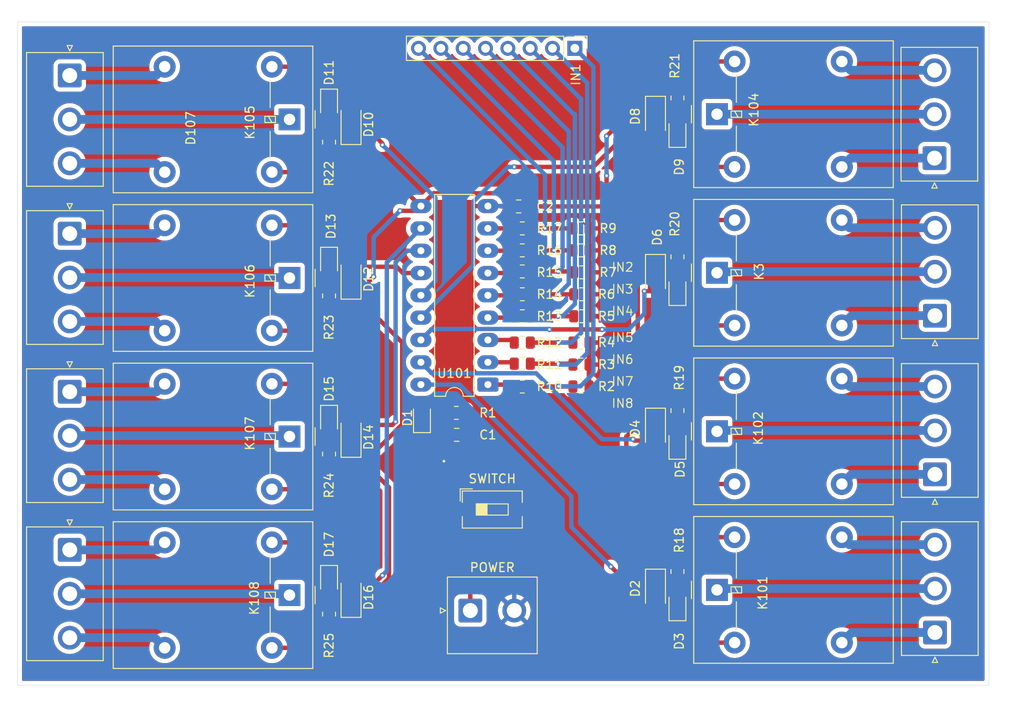
<source format=kicad_pcb>
(kicad_pcb (version 20241229) (generator "pcbnew") (generator_version "9.0")
  (layers (0 "F.Cu" signal) (2 "B.Cu" signal) (13 "F.Paste" user) (15 "B.Paste" user) (5 "F.SilkS" user "F.Silkscreen") (7 "B.SilkS" user "B.Silkscreen") (1 "F.Mask" user) (3 "B.Mask" user) (25 "Edge.Cuts" user))
  (net 0 "")
  (net 1 "VCC")
  (net 2 "GND")
  (net 3 "Net-(D101-A)")
  (net 4 "/O1")
  (net 5 "Net-(D103-A)")
  (net 6 "/O2")
  (net 7 "Net-(D105-A)")
  (net 8 "/O3")
  (net 9 "Net-(D107-A)")
  (net 10 "/O4")
  (net 11 "Net-(D109-A)")
  (net 12 "/O5")
  (net 13 "Net-(D111-A)")
  (net 14 "/O6")
  (net 15 "Net-(D113-A)")
  (net 16 "/O7")
  (net 17 "Net-(D115-A)")
  (net 18 "/O8")
  (net 19 "Net-(D117-A)")
  (net 20 "Net-(J101-Pin_1)")
  (net 21 "Net-(J102-Pin_2)")
  (net 22 "Net-(J102-Pin_5)")
  (net 23 "Net-(J102-Pin_1)")
  (net 24 "Net-(J102-Pin_7)")
  (net 25 "Net-(J102-Pin_4)")
  (net 26 "Net-(J102-Pin_3)")
  (net 27 "Net-(J102-Pin_8)")
  (net 28 "Net-(J102-Pin_6)")
  (net 29 "Net-(J103-Pin_3)")
  (net 30 "Net-(J103-Pin_1)")
  (net 31 "Net-(J103-Pin_2)")
  (net 32 "Net-(J104-Pin_3)")
  (net 33 "Net-(J104-Pin_2)")
  (net 34 "Net-(J104-Pin_1)")
  (net 35 "Net-(J105-Pin_3)")
  (net 36 "Net-(J105-Pin_1)")
  (net 37 "Net-(J105-Pin_2)")
  (net 38 "Net-(J106-Pin_1)")
  (net 39 "Net-(J106-Pin_2)")
  (net 40 "Net-(J106-Pin_3)")
  (net 41 "Net-(J107-Pin_3)")
  (net 42 "Net-(J107-Pin_2)")
  (net 43 "Net-(J107-Pin_1)")
  (net 44 "Net-(J108-Pin_3)")
  (net 45 "Net-(J108-Pin_1)")
  (net 46 "Net-(J108-Pin_2)")
  (net 47 "Net-(J109-Pin_3)")
  (net 48 "Net-(J109-Pin_2)")
  (net 49 "Net-(J109-Pin_1)")
  (net 50 "Net-(J110-Pin_2)")
  (net 51 "Net-(J110-Pin_1)")
  (net 52 "Net-(J110-Pin_3)")
  (net 53 "Net-(U101-I1)")
  (net 54 "Net-(U101-I2)")
  (net 55 "Net-(U101-I3)")
  (net 56 "Net-(U101-I4)")
  (net 57 "Net-(U101-I5)")
  (net 58 "Net-(U101-I6)")
  (net 59 "Net-(U101-I7)")
  (net 60 "Net-(U101-I8)")
  (footprint "LED_SMD:LED_0805_2012Metric" (layer "F.Cu") (at 141 102.5625 90)
    (property "Reference" "D1")
    (property "Value" "LED")
  )
  (footprint "Button_Switch_SMD:SW_DIP_SPSTx01_Slide_6.7x4.1mm_W6.73mm_P2.54mm_LowProfile_JPin" (layer "F.Cu") (at 149 113)
    (property "Reference" "SWITCH")
    (property "Value" "SW_SPST")
  )
  (footprint "Relay_THT:Relay_SPDT_Omron-G5LE-1" (layer "F.Cu") (at 125.931891 122.743109 -90)
    (property "Reference" "K108")
    (property "Value" "G5LE-1")
  )
  (footprint "Diode_SMD:D_1206_3216Metric" (layer "F.Cu") (at 132.931891 69.168109 90)
    (property "Reference" "D10")
    (property "Value" "D_Small")
  )
  (footprint "Resistor_SMD:R_0805_2012Metric" (layer "F.Cu") (at 152.4125 81 180)
    (property "Reference" "R17")
    (property "Value" "10K")
  )
  (footprint "Relay_THT:Relay_SPDT_Omron-G5LE-1" (layer "F.Cu") (at 174.5625 86.05 90)
    (property "Reference" "K3")
    (property "Value" "G5LE-1")
  )
  (footprint "Connector_JST:JST_NV_B03P-NV_1x03_P5.00mm_Vertical" (layer "F.Cu") (at 199.305609 73 90)
    (property "Reference" "J106" (hide yes))
    (property "Value" "NC CO NO")
  )
  (footprint "LED_SMD:LED_0805_2012Metric" (layer "F.Cu") (at 170.0625 123.975 90)
    (property "Reference" "D3")
    (property "Value" "LED")
  )
  (footprint "Resistor_SMD:R_0805_2012Metric" (layer "F.Cu") (at 159.0875 94)
    (property "Reference" "R4")
    (property "Value" "10K")
  )
  (footprint "Capacitor_SMD:C_0805_2012Metric" (layer "F.Cu") (at 144.95 104.5 180)
    (property "Reference" "C1")
    (property "Value" "100nF")
  )
  (footprint "LED_SMD:LED_0805_2012Metric" (layer "F.Cu") (at 130.431891 121.055609 -90)
    (property "Reference" "D17")
    (property "Value" "LED")
  )
  (footprint "LED_SMD:LED_0805_2012Metric" (layer "F.Cu") (at 170.0625 88.0875 90)
    (property "Reference" "D107")
    (property "Value" "LED")
  )
  (footprint "Connector_JST:JST_NV_B03P-NV_1x03_P5.00mm_Vertical" (layer "F.Cu") (at 100.931891 81.593109 -90)
    (property "Reference" "J108" (hide yes))
    (property "Value" "NC CO NO")
  )
  (footprint "Diode_SMD:D_1206_3216Metric" (layer "F.Cu") (at 132.931891 86.768109 90)
    (property "Reference" "D12")
    (property "Value" "D_Small")
  )
  (footprint "Resistor_SMD:R_0805_2012Metric" (layer "F.Cu") (at 159.175 91)
    (property "Reference" "R5")
    (property "Value" "10K")
  )
  (footprint "Connector_JST:JST_NV_B03P-NV_1x03_P5.00mm_Vertical" (layer "F.Cu") (at 199.355609 109 90)
    (property "Reference" "J104" (hide yes))
    (property "Value" "NC CO NO")
  )
  (footprint "Resistor_SMD:R_0805_2012Metric" (layer "F.Cu") (at 144.9125 102 180)
    (property "Reference" "R1")
    (property "Value" "680E")
  )
  (footprint "LED_SMD:LED_0805_2012Metric" (layer "F.Cu") (at 170.0625 105.5875 90)
    (property "Reference" "D5")
    (property "Value" "LED")
  )
  (footprint "LED_SMD:LED_0805_2012Metric" (layer "F.Cu") (at 130.431891 102.830609 -90)
    (property "Reference" "D15")
    (property "Value" "LED")
  )
  (footprint "Connector_JST:JST_NV_B03P-NV_1x03_P5.00mm_Vertical" (layer "F.Cu") (at 199.355609 127 90)
    (property "Reference" "J103" (hide yes))
    (property "Value" "NC CO NO")
  )
  (footprint "Relay_THT:Relay_SPDT_Omron-G5LE-1" (layer "F.Cu") (at 125.931891 104.693109 -90)
    (property "Reference" "K107")
    (property "Value" "G5LE-1")
  )
  (footprint "Resistor_SMD:R_0805_2012Metric" (layer "F.Cu") (at 170.0625 120.0625 -90)
    (property "Reference" "R18")
    (property "Value" "680E")
  )
  (footprint "Connector_JST:JST_NV_B03P-NV_1x03_P5.00mm_Vertical" (layer "F.Cu") (at 199.355609 90.931891 90)
    (property "Reference" "J105" (hide yes))
    (property "Value" "NC CO NO")
  )
  (footprint "Relay_THT:Relay_SPDT_Omron-G5LE-1" (layer "F.Cu") (at 174.5625 104.1 90)
    (property "Reference" "K102")
    (property "Value" "G5LE-1")
  )
  (footprint "Resistor_SMD:R_0805_2012Metric" (layer "F.Cu") (at 130.431891 106.680609 90)
    (property "Reference" "R24")
    (property "Value" "680E")
  )
  (footprint "LED_SMD:LED_0805_2012Metric" (layer "F.Cu") (at 170.0625 70.0875 90)
    (property "Reference" "D9")
    (property "Value" "LED")
  )
  (footprint "Relay_THT:Relay_SPDT_Omron-G5LE-1" (layer "F.Cu") (at 125.931891 86.643109 -90)
    (property "Reference" "K106")
    (property "Value" "G5LE-1")
  )
  (footprint "Connector_PinHeader_2.54mm:PinHeader_1x08_P2.54mm_Vertical" (layer "F.Cu") (at 158.39 60.5 -90)
    (property "Reference" "IN1")
    (property "Value" "INPUT")
  )
  (footprint "Resistor_SMD:R_0805_2012Metric" (layer "F.Cu") (at 159.0875 81)
    (property "Reference" "R9")
    (property "Value" "10K")
  )
  (footprint "Relay_THT:Relay_SPDT_Omron-G5LE-1" (layer "F.Cu") (at 125.931891 68.593109 -90)
    (property "Reference" "K105")
    (property "Value" "G5LE-1")
  )
  (footprint "Resistor_SMD:R_0805_2012Metric" (layer "F.Cu") (at 152.4125 83.5 180)
    (property "Reference" "R16")
    (property "Value" "10K")
  )
  (footprint "Resistor_SMD:R_0805_2012Metric" (layer "F.Cu") (at 159.0875 83.5)
    (property "Reference" "R8")
    (property "Value" "10K")
  )
  (footprint "Connector_JST:JST_NV_B03P-NV_1x03_P5.00mm_Vertical" (layer "F.Cu") (at 100.931891 99.593109 -90)
    (property "Reference" "J109" (hide yes))
    (property "Value" "NC CO NO")
  )
  (footprint "Resistor_SMD:R_0805_2012Metric" (layer "F.Cu") (at 159.0875 99)
    (property "Reference" "R2")
    (property "Value" "10K")
  )
  (footprint "Relay_THT:Relay_SPDT_Omron-G5LE-1" (layer "F.Cu") (at 174.5625 122.15 90)
    (property "Reference" "K101")
    (property "Value" "G5LE-1")
  )
  (footprint "Connector_JST:JST_NV_B03P-NV_1x03_P5.00mm_Vertical" (layer "F.Cu") (at 100.931891 63.593109 -90)
    (property "Reference" "J107" (hide yes))
    (property "Value" "NC CO NO")
  )
  (footprint "Resistor_SMD:R_0805_2012Metric" (layer "F.Cu") (at 159.175 86)
    (property "Reference" "R7")
    (property "Value" "10K")
  )
  (footprint "Diode_SMD:D_1206_3216Metric" (layer "F.Cu") (at 132.931891 104.768109 90)
    (property "Reference" "D14")
    (property "Value" "D_Small")
  )
  (footprint "Resistor_SMD:R_0805_2012Metric" (layer "F.Cu") (at 170.0625 84.2375 -90)
    (property "Reference" "R20")
    (property "Value" "680E")
  )
  (footprint "Capacitor_SMD:C_0805_2012Metric" (layer "F.Cu") (at 152 78.5 180)
    (property "Reference" "C2")
    (property "Value" "100nF")
  )
  (footprint "Resistor_SMD:R_0805_2012Metric" (layer "F.Cu") (at 159.175 88.5)
    (property "Reference" "R6")
    (property "Value" "10K")
  )
  (footprint "Resistor_SMD:R_0805_2012Metric" (layer "F.Cu") (at 152.4125 99 180)
    (property "Reference" "R10")
    (property "Value" "10K")
  )
  (footprint "Resistor_SMD:R_0805_2012Metric" (layer "F.Cu") (at 152.4125 88.5 180)
    (property "Reference" "R14")
    (property "Value" "10K")
  )
  (footprint "Diode_SMD:D_1206_3216Metric" (layer "F.Cu") (at 167.5625 103.75 -90)
    (property "Reference" "D4")
    (property "Value" "D_Small")
  )
  (footprint "Resistor_SMD:R_0805_2012Metric" (layer "F.Cu") (at 170.0625 101.7375 -90)
    (property "Reference" "R19")
    (property "Value" "680E")
  )
  (footprint "Connector_JST:JST_NV_B03P-NV_1x03_P5.00mm_Vertical" (layer "F.Cu") (at 100.931891 117.593109 -90)
    (property "Reference" "J110" (hide yes))
    (property "Value" "NC CO NO")
  )
  (footprint "Connector_JST:JST_NV_B02P-NV_1x02_P5.00mm_Vertical" (layer "F.Cu") (at 146.5 124.5)
    (property "Reference" "POWER")
    (property "Value" "POWER")
  )
  (footprint "Resistor_SMD:R_0805_2012Metric" (layer "F.Cu") (at 152.4125 91 180)
    (property "Reference" "R13")
    (property "Value" "10K")
  )
  (footprint "Resistor_SMD:R_0805_2012Metric" (layer "F.Cu") (at 152.4125 85.9 180)
    (property "Reference" "R15")
    (property "Value" "10K")
  )
  (footprint "Resistor_SMD:R_0805_2012Metric" (layer "F.Cu") (at 130.431891 88.680609 90)
    (property "Reference" "R23")
    (property "Value" "680E")
  )
  (footprint "Relay_THT:Relay_SPDT_Omron-G5LE-1" (layer "F.Cu") (at 174.5625 68 90)
    (property "Reference" "K104")
    (property "Value" "G5LE-1")
  )
  (footprint "LED_SMD:LED_0805_2012Metric" (layer "F.Cu") (at 130.431891 84.830609 -90)
    (property "Reference" "D13")
    (property "Value" "LED")
  )
  (footprint "Resistor_SMD:R_0805_2012Metric" (layer "F.Cu") (at 170.0625 66.15 -90)
    (property "Reference" "R21")
    (property "Value" "680E")
  )
  (footprint "Resistor_SMD:R_0805_2012Metric" (layer "F.Cu") (at 130.431891 124.905609 90)
    (property "Reference" "R25")
    (property "Value" "680E")
  )
  (footprint "Diode_SMD:D_1206_3216Metric" (layer "F.Cu") (at 167.5625 68.25 -90)
    (property "Reference" "D8")
    (property "Value" "D_Small")
  )
  (footprint "Diode_SMD:D_1206_3216Metric" (layer "F.Cu") (at 132.931891 122.993109 90)
    (property "Reference" "D16")
    (property "Value" "D_Small")
  )
  (footprint "Diode_SMD:D_1206_3216Metric" (layer "F.Cu") (at 167.5625 86.25 -90)
    (property "Reference" "D6")
    (property "Value" "D_Small")
  )
  (footprint "Resistor_SMD:R_0805_2012Metric" (layer "F.Cu") (at 130.431891 71.180609 90)
    (property "Reference" "R22")
    (property "Value" "680E")
  )
  (footprint "Diode_SMD:D_1206_3216Metric" (layer "F.Cu") (at 167.5625 122.075 -90)
    (property "Reference" "D2")
    (property "Value" "D_Small")
  )
  (footprint "Package_DIP:DIP-18_W7.62mm_LongPads" (layer "F.Cu") (at 148.5 98.78 180)
    (property "Reference" "U101")
    (property "Value" "ULN2803A")
  )
  (footprint "Resistor_SMD:R_0805_2012Metric" (layer "F.Cu") (at 159.0875 96.5)
    (property "Reference" "R3")
    (property "Value" "10K")
  )
  (footprint "LED_SMD:LED_0805_2012Metric" (layer "F.Cu") (at 130.431891 66.830609 -90)
    (property "Reference" "D11")
    (property "Value" "LED")
  )
  (footprint "Resistor_SMD:R_0805_2012Metric" (layer "F.Cu") (at 152.4125 94 180)
    (property "Reference" "R12")
    (property "Value" "10K")
  )
  (footprint "Resistor_SMD:R_0805_2012Metric" (layer "F.Cu") (at 152.4125 96.4 180)
    (property "Reference" "R11")
    (property "Value" "10K")
  )
  (gr_rect (start 95 57.5) (end 205.5 133) (stroke (width 0.05)) (fill no) (layer "Edge.Cuts"))
  (gr_text "IN5" (at 162.5 94 0) (layer "F.SilkS") (effects (font (size 1 1) (thickness 0.125)) (justify left bottom)))
  (gr_text "IN2" (at 162.5 86 0) (layer "F.SilkS") (effects (font (size 1 1) (thickness 0.125)) (justify left bottom)))
  (gr_text "IN6" (at 162.5 96.5 0) (layer "F.SilkS") (effects (font (size 1 1) (thickness 0.125)) (justify left bottom)))
  (gr_text "IN3" (at 162.5 88.5 0) (layer "F.SilkS") (effects (font (size 1 1) (thickness 0.125)) (justify left bottom)))
  (gr_text "IN7" (at 162.5 99 0) (layer "F.SilkS") (effects (font (size 1 1) (thickness 0.125)) (justify left bottom)))
  (gr_text "IN8" (at 162.5 101.5 0) (layer "F.SilkS") (effects (font (size 1 1) (thickness 0.125)) (justify left bottom)))
  (gr_text "IN4" (at 162.5 91 0) (layer "F.SilkS") (effects (font (size 1 1) (thickness 0.125)) (justify left bottom)))
  (segment (start 170.0625 83.325) (end 169.0875 83.325) (width 0.5) (layer "F.Cu") (net 1))
  (segment (start 152.95 78.5) (end 162.562075 78.5) (width 0.5) (layer "F.Cu") (net 1))
  (segment (start 131.506891 125.818109) (end 132.931891 124.393109) (width 0.5) (layer "F.Cu") (net 1))
  (segment (start 140.823782 78.46) (end 132.931891 70.568109) (width 0.5) (layer "F.Cu") (net 1))
  (segment (start 138.751 103.311075) (end 138.751 102.5) (width 0.5) (layer "F.Cu") (net 1))
  (segment (start 127.381891 92.643109) (end 130.431891 89.593109) (width 0.5) (layer "F.Cu") (net 1))
  (segment (start 170.0625 119.15) (end 173.0625 116.15) (width 0.5) (layer "F.Cu") (net 1))
  (segment (start 170.0625 119.15) (end 169.0875 119.15) (width 0.5) (layer "F.Cu") (net 1))
  (segment (start 165.549 86.8635) (end 165.549 100.3365) (width 0.5) (layer "F.Cu") (net 1))
  (segment (start 168.45 66.85) (end 170.0625 65.2375) (width 0.5) (layer "F.Cu") (net 1))
  (segment (start 165.65 66.85) (end 162 70.5) (width 0.5) (layer "F.Cu") (net 1))
  (segment (start 176.5625 98.1) (end 172.7875 98.1) (width 0.5) (layer "F.Cu") (net 1))
  (segment (start 164.249 117.3615) (end 167.5625 120.675) (width 0.5) (layer "F.Cu") (net 1))
  (segment (start 144.724 103.324) (end 142.513278 103.324) (width 0.5) (layer "F.Cu") (net 1))
  (segment (start 145.825 104.425) (end 145.9 104.5) (width 0.5) (layer "F.Cu") (net 1))
  (segment (start 162 75) (end 162 77.937925) (width 0.5) (layer "F.Cu") (net 1))
  (segment (start 162 77.937925) (end 162.562075 78.5) (width 0.5) (layer "F.Cu") (net 1))
  (segment (start 167.5625 66.85) (end 165.65 66.85) (width 0.5) (layer "F.Cu") (net 1))
  (segment (start 131.406891 72.093109) (end 132.931891 70.568109) (width 0.5) (layer "F.Cu") (net 1))
  (segment (start 167.5625 102.35) (end 166.587925 102.35) (width 0.5) (layer "F.Cu") (net 1))
  (segment (start 173.0625 116.15) (end 176.5625 116.15) (width 0.5) (layer "F.Cu") (net 1))
  (segment (start 123.931891 128.743109) (end 127.506891 128.743109) (width 0.5) (layer "F.Cu") (net 1))
  (segment (start 130.431891 107.593109) (end 131.506891 107.593109) (width 0.5) (layer "F.Cu") (net 1))
  (segment (start 176.5625 80.05) (end 173.3375 80.05) (width 0.5) (layer "F.Cu") (net 1))
  (segment (start 137.251 120.811075) (end 137.251 110.487218) (width 0.5) (layer "F.Cu") (net 1))
  (segment (start 169.0875 100.825) (end 167.5625 102.35) (width 0.5) (layer "F.Cu") (net 1))
  (segment (start 164.249 104.688925) (end 164.249 117.3615) (width 0.5) (layer "F.Cu") (net 1))
  (segment (start 123.931891 74.593109) (end 127.931891 74.593109) (width 0.5) (layer "F.Cu") (net 1))
  (segment (start 176.5625 62) (end 173.3 62) (width 0.5) (layer "F.Cu") (net 1))
  (segment (start 167.5625 84.85) (end 165.549 86.8635) (width 0.5) (layer "F.Cu") (net 1))
  (segment (start 141.751778 102.5625) (end 138.8135 102.5625) (width 0.5) (layer "F.Cu") (net 1))
  (segment (start 133.831891 88.168109) (end 135.5 86.5) (width 0.5) (layer "F.Cu") (net 1))
  (segment (start 130.431891 72.093109) (end 131.406891 72.093109) (width 0.5) (layer "F.Cu") (net 1))
  (segment (start 127.931891 74.593109) (end 130.431891 72.093109) (width 0.5) (layer "F.Cu") (net 1))
  (segment (start 140.34 79) (end 140.88 78.46) (width 0.5) (layer "F.Cu") (net 1))
  (segment (start 132.931891 124.393109) (end 133.668966 124.393109) (width 0.5) (layer "F.Cu") (net 1))
  (segment (start 170.0625 100.825) (end 169.0875 100.825) (width 0.5) (layer "F.Cu") (net 1))
  (segment (start 130.431891 89.593109) (end 131.506891 89.593109) (width 0.5) (layer "F.Cu") (net 1))
  (segment (start 138.5 79) (end 140.34 79) (width 0.5) (layer "F.Cu") (net 1))
  (segment (start 138.751 93.987218) (end 132.931891 88.168109) (width 0.5) (layer "F.Cu") (net 1))
  (segment (start 162.562075 78.5) (end 167.5625 83.500425) (width 0.5) (layer "F.Cu") (net 1))
  (segment (start 123.931891 110.693109) (end 127.331891 110.693109) (width 0.5) (layer "F.Cu") (net 1))
  (segment (start 127.331891 110.693109) (end 130.431891 107.593109) (width 0.5) (layer "F.Cu") (net 1))
  (segment (start 132.931891 106.168109) (end 135.893966 106.168109) (width 0.5) (layer "F.Cu") (net 1))
  (segment (start 167.5625 83.500425) (end 167.5625 84.85) (width 0.5) (layer "F.Cu") (net 1))
  (segment (start 131.506891 107.593109) (end 132.931891 106.168109) (width 0.5) (layer "F.Cu") (net 1))
  (segment (start 140.88 78.46) (end 142.34 77) (width 0.5) (layer "F.Cu") (net 1))
  (segment (start 167.5625 120.675) (end 169.0875 119.15) (width 0.5) (layer "F.Cu") (net 1))
  (segment (start 123.931891 92.643109) (end 127.381891 92.643109) (width 0.5) (layer "F.Cu") (net 1))
  (segment (start 167.5625 66.85) (end 168.45 66.85) (width 0.5) (layer "F.Cu") (net 1))
  (segment (start 145.825 102) (end 145.825 104.425) (width 0.5) (layer "F.Cu") (net 1))
  (segment (start 142.513278 103.324) (end 141.751778 102.5625) (width 0.5) (layer "F.Cu") (net 1))
  (segment (start 137.251 110.487218) (end 132.931891 106.168109) (width 0.5) (layer "F.Cu") (net 1))
  (segment (start 131.506891 89.593109) (end 132.931891 88.168109) (width 0.5) (layer "F.Cu") (net 1))
  (segment (start 172.7875 98.1) (end 170.0625 100.825) (width 0.5) (layer "F.Cu") (net 1))
  (segment (start 133.668966 124.393109) (end 137.251 120.811075) (width 0.5) (layer "F.Cu") (net 1))
  (segment (start 173.3375 80.05) (end 170.0625 83.325) (width 0.5) (layer "F.Cu") (net 1))
  (segment (start 138.8135 102.5625) (end 138.751 102.5) (width 0.5) (layer "F.Cu") (net 1))
  (segment (start 135.893966 106.168109) (end 138.751 103.311075) (width 0.5) (layer "F.Cu") (net 1))
  (segment (start 151.45 77) (end 152.95 78.5) (width 0.5) (layer "F.Cu") (net 1))
  (segment (start 145.9 104.5) (end 144.724 103.324) (width 0.5) (layer "F.Cu") (net 1))
  (segment (start 145.9 106.535) (end 152.365 113) (width 0.5) (layer "F.Cu") (net 1))
  (segment (start 173.3 62) (end 170.0625 65.2375) (width 0.5) (layer "F.Cu") (net 1))
  (segment (start 165.549 100.3365) (end 167.5625 102.35) (width 0.5) (layer "F.Cu") (net 1))
  (segment (start 166.587925 102.35) (end 164.249 104.688925) (width 0.5) (layer "F.Cu") (net 1))
  (segment (start 127.506891 128.743109) (end 130.431891 125.818109) (width 0.5) (layer "F.Cu") (net 1))
  (segment (start 142.34 77) (end 151.45 77) (width 0.5) (layer "F.Cu") (net 1))
  (segment (start 169.0875 83.325) (end 167.5625 84.85) (width 0.5) (layer "F.Cu") (net 1))
  (segment (start 145.9 104.5) (end 145.9 106.535) (width 0.5) (layer "F.Cu") (net 1))
  (segment (start 138.751 102.5) (end 138.751 93.987218) (width 0.5) (layer "F.Cu") (net 1))
  (segment (start 130.431891 125.818109) (end 131.506891 125.818109) (width 0.5) (layer "F.Cu") (net 1))
  (segment (start 132.931891 88.168109) (end 133.831891 88.168109) (width 0.5) (layer "F.Cu") (net 1))
  (segment (start 140.88 78.46) (end 140.823782 78.46) (width 0.5) (layer "F.Cu") (net 1))
  (via (at 162 70.5) (size 0.6) (drill 0.3) (layers "F.Cu" "B.Cu") (net 1))
  (via (at 138.5 79) (size 0.6) (drill 0.3) (layers "F.Cu" "B.Cu") (net 1))
  (via (at 135.5 86.5) (size 0.6) (drill 0.3) (layers "F.Cu" "B.Cu") (net 1))
  (via (at 162 75) (size 0.6) (drill 0.3) (layers "F.Cu" "B.Cu") (net 1))
  (segment (start 135.5 82) (end 138.5 79) (width 0.5) (layer "B.Cu") (net 1))
  (segment (start 135.5 86.5) (end 135.5 82) (width 0.5) (layer "B.Cu") (net 1))
  (segment (start 162 70.5) (end 162 75) (width 0.5) (layer "B.Cu") (net 1))
  (segment (start 160 99) (end 160 116) (width 0.5) (layer "F.Cu") (net 2))
  (segment (start 161.062075 91) (end 162.251 92.188925) (width 0.5) (layer "F.Cu") (net 2))
  (segment (start 160 83.5) (end 160 85.9125) (width 0.5) (layer "F.Cu") (net 2))
  (segment (start 144 104.5) (end 144 107) (width 0.5) (layer "F.Cu") (net 2))
  (segment (start 160.0875 91) (end 161.062075 91) (width 0.5) (layer "F.Cu") (net 2))
  (segment (start 162.251 92.811075) (end 161.062075 94) (width 0.5) (layer "F.Cu") (net 2))
  (segment (start 151.04 78.5) (end 151 78.46) (width 0.2) (layer "F.Cu") (net 2))
  (segment (start 151 78.46) (end 148.5 78.46) (width 0.2) (layer "F.Cu") (net 2))
  (segment (start 160 116) (end 151.5 124.5) (width 0.5) (layer "F.Cu") (net 2))
  (segment (start 161.062075 94) (end 160 94) (width 0.5) (layer "F.Cu") (net 2))
  (segment (start 151.05 78.5) (end 151.04 78.5) (width 0.2) (layer "F.Cu") (net 2))
  (segment (start 160 94) (end 160 96.5) (width 0.5) (layer "F.Cu") (net 2))
  (segment (start 162.251 92.188925) (end 162.251 92.811075) (width 0.5) (layer "F.Cu") (net 2))
  (segment (start 160 85.9125) (end 160.0875 86) (width 0.5) (layer "F.Cu") (net 2))
  (segment (start 160 96.5) (end 160 99) (width 0.5) (layer "F.Cu") (net 2))
  (segment (start 152.076 79.526) (end 158.526 79.526) (width 0.2) (layer "F.Cu") (net 2))
  (segment (start 160 81) (end 160 83.5) (width 0.5) (layer "F.Cu") (net 2))
  (segment (start 144 107) (end 143.5 107.5) (width 0.5) (layer "F.Cu") (net 2))
  (segment (start 151.05 78.5) (end 152.076 79.526) (width 0.2) (layer "F.Cu") (net 2))
  (segment (start 160.0875 86) (end 160.0875 88.5) (width 0.5) (layer "F.Cu") (net 2))
  (segment (start 160.0875 88.5) (end 160.0875 91) (width 0.5) (layer "F.Cu") (net 2))
  (segment (start 158.526 79.526) (end 160 81) (width 0.2) (layer "F.Cu") (net 2))
  (via (at 143.5 107.5) (size 0.6) (drill 0.3) (layers "F.Cu" "B.Cu") (net 2))
  (segment (start 151.5 116) (end 151.5 124.5) (width 0.5) (layer "B.Cu") (net 2))
  (segment (start 143.5 107.5) (end 143.5 108) (width 0.5) (layer "B.Cu") (net 2))
  (segment (start 143.5 108) (end 151.5 116) (width 0.5) (layer "B.Cu") (net 2))
  (segment (start 143.625 101.625) (end 144 102) (width 0.5) (layer "F.Cu") (net 3))
  (segment (start 141 101.625) (end 143.625 101.625) (width 0.5) (layer "F.Cu") (net 3))
  (segment (start 170.0625 124.9125) (end 169 124.9125) (width 0.5) (layer "F.Cu") (net 4))
  (segment (start 173.3 128.15) (end 170.0625 124.9125) (width 0.5) (layer "F.Cu") (net 4))
  (segment (start 166.475 123.475) (end 167.5625 123.475) (width 0.5) (layer "F.Cu") (net 4))
  (segment (start 176.5625 128.15) (end 173.3 128.15) (width 0.5) (layer "F.Cu") (net 4))
  (segment (start 169 124.9125) (end 167.5625 123.475) (width 0.5) (layer "F.Cu") (net 4))
  (segment (start 162.5 119.5) (end 166.475 123.475) (width 0.5) (layer "F.Cu") (net 4))
  (via (at 162.5 119.5) (size 0.6) (drill 0.3) (layers "F.Cu" "B.Cu") (net 4))
  (segment (start 158 115) (end 162.5 119.5) (width 0.5) (layer "B.Cu") (net 4))
  (segment (start 158 111.5) (end 158 113) (width 0.5) (layer "B.Cu") (net 4))
  (segment (start 148 101.5) (end 158 111.5) (width 0.5) (layer "B.Cu") (net 4))
  (segment (start 158 113) (end 158 115) (width 0.5) (layer "B.Cu") (net 4))
  (segment (start 145.28 98.78) (end 148 101.5) (width 0.5) (layer "B.Cu") (net 4))
  (segment (start 140.88 98.78) (end 145.28 98.78) (width 0.5) (layer "B.Cu") (net 4))
  (segment (start 170.0625 120.975) (end 170.0625 123.0375) (width 0.5) (layer "F.Cu") (net 5))
  (segment (start 167.5625 105.15) (end 165.15 105.15) (width 0.5) (layer "F.Cu") (net 6))
  (segment (start 170.0625 106.525) (end 168.9375 106.525) (width 0.5) (layer "F.Cu") (net 6))
  (segment (start 173.6375 110.1) (end 170.0625 106.525) (width 0.5) (layer "F.Cu") (net 6))
  (segment (start 168.9375 106.525) (end 167.5625 105.15) (width 0.5) (layer "F.Cu") (net 6))
  (segment (start 165.15 105.15) (end 165 105) (width 0.5) (layer "F.Cu") (net 6))
  (segment (start 176.5625 110.1) (end 173.6375 110.1) (width 0.5) (layer "F.Cu") (net 6))
  (via (at 165 105) (size 0.6) (drill 0.3) (layers "F.Cu" "B.Cu") (net 6))
  (segment (start 142.131 97.491) (end 153.991 97.491) (width 0.5) (layer "B.Cu") (net 6))
  (segment (start 140.88 96.24) (end 142.131 97.491) (width 0.5) (layer "B.Cu") (net 6))
  (segment (start 161.5 105) (end 165 105) (width 0.5) (layer "B.Cu") (net 6))
  (segment (start 153.991 97.491) (end 161.5 105) (width 0.5) (layer "B.Cu") (net 6))
  (segment (start 170.0625 102.65) (end 170.0625 104.65) (width 0.5) (layer "F.Cu") (net 7))
  (segment (start 166.3 88.15) (end 167.0625 88.15) (width 0.5) (layer "F.Cu") (net 8))
  (segment (start 167.0625 88.15) (end 167.5625 87.65) (width 0.5) (layer "F.Cu") (net 8))
  (segment (start 176.5625 92.05) (end 173.0875 92.05) (width 0.5) (layer "F.Cu") (net 8))
  (segment (start 170.0625 89.025) (end 168.9375 89.025) (width 0.5) (layer "F.Cu") (net 8))
  (segment (start 173.0875 92.05) (end 170.0625 89.025) (width 0.5) (layer "F.Cu") (net 8))
  (segment (start 168.9375 89.025) (end 167.5625 87.65) (width 0.5) (layer "F.Cu") (net 8))
  (segment (start 161.5 92.5) (end 155.5 92.5) (width 0.5) (layer "F.Cu") (net 8))
  (via (at 155.5 92.5) (size 0.6) (drill 0.3) (layers "F.Cu" "B.Cu") (net 8))
  (via (at 166.3 88.15) (size 0.6) (drill 0.3) (layers "F.Cu" "B.Cu") (net 8))
  (via (at 161.5 92.5) (size 0.6) (drill 0.3) (layers "F.Cu" "B.Cu") (net 8))
  (segment (start 142.131 92.449) (end 155.449 92.449) (width 0.5) (layer "B.Cu") (net 8))
  (segment (start 166.3 88.15) (end 166.3 90.7) (width 0.5) (layer "B.Cu") (net 8))
  (segment (start 140.88 93.7) (end 142.169 92.411) (width 0.5) (layer "B.Cu") (net 8))
  (segment (start 164.5 92.5) (end 161.5 92.5) (width 0.5) (layer "B.Cu") (net 8))
  (segment (start 155.449 92.449) (end 155.5 92.5) (width 0.5) (layer "B.Cu") (net 8))
  (segment (start 166.3 90.7) (end 164.5 92.5) (width 0.5) (layer "B.Cu") (net 8))
  (segment (start 140.88 93.7) (end 142.131 92.449) (width 0.5) (layer "B.Cu") (net 8))
  (segment (start 170.0625 85.15) (end 170.0625 87.15) (width 0.5) (layer "F.Cu") (net 9))
  (segment (start 164.85 69.65) (end 160.5 74) (width 0.5) (layer "F.Cu") (net 10))
  (segment (start 160.5 74) (end 151.5 74) (width 0.5) (layer "F.Cu") (net 10))
  (segment (start 168.9375 71.025) (end 167.5625 69.65) (width 0.5) (layer "F.Cu") (net 10))
  (segment (start 167.5625 69.65) (end 164.85 69.65) (width 0.5) (layer "F.Cu") (net 10))
  (segment (start 170.0625 71.025) (end 168.9375 71.025) (width 0.5) (layer "F.Cu") (net 10))
  (segment (start 173.0375 74) (end 170.0625 71.025) (width 0.5) (layer "F.Cu") (net 10))
  (segment (start 176.5625 74) (end 173.0375 74) (width 0.5) (layer "F.Cu") (net 10))
  (via (at 151.5 74) (size 0.6) (drill 0.3) (layers "F.Cu" "B.Cu") (net 10))
  (segment (start 150.790819 74) (end 151.5 74) (width 0.5) (layer "B.Cu") (net 10))
  (segment (start 140.88 91.16) (end 146.849 85.191) (width 0.5) (layer "B.Cu") (net 10))
  (segment (start 146.849 78.5) (end 146.849 77.941819) (width 0.5) (layer "B.Cu") (net 10))
  (segment (start 146.849 85.191) (end 146.849 78.5) (width 0.5) (layer "B.Cu") (net 10))
  (segment (start 146.849 77.941819) (end 150.790819 74) (width 0.5) (layer "B.Cu") (net 10))
  (segment (start 170.0625 67.0625) (end 170.0625 69.15) (width 0.5) (layer "F.Cu") (net 11))
  (segment (start 123.931891 62.593109) (end 127.131891 62.593109) (width 0.5) (layer "F.Cu") (net 12))
  (segment (start 130.431891 65.893109) (end 131.056891 65.893109) (width 0.5) (layer "F.Cu") (net 12))
  (segment (start 131.056891 65.893109) (end 132.931891 67.768109) (width 0.5) (layer "F.Cu") (net 12))
  (segment (start 127.131891 62.593109) (end 130.431891 65.893109) (width 0.5) (layer "F.Cu") (net 12))
  (segment (start 136.5 71.5) (end 136.5 71.336218) (width 0.5) (layer "F.Cu") (net 12))
  (segment (start 136.5 71.336218) (end 132.931891 67.768109) (width 0.5) (layer "F.Cu") (net 12))
  (via (at 136.5 71.5) (size 0.6) (drill 0.3) (layers "F.Cu" "B.Cu") (net 12))
  (segment (start 142.531 77.531) (end 136.5 71.5) (width 0.5) (layer "B.Cu") (net 12))
  (segment (start 142.531 86.969) (end 142.531 77.531) (width 0.5) (layer "B.Cu") (net 12))
  (segment (start 140.88 88.62) (end 142.531 86.969) (width 0.5) (layer "B.Cu") (net 12))
  (segment (start 130.431891 67.768109) (end 130.431891 70.268109) (width 0.5) (layer "F.Cu") (net 13))
  (segment (start 138.83 86.08) (end 138.118109 85.368109) (width 0.5) (layer "F.Cu") (net 14))
  (segment (start 131.456891 83.893109) (end 132.931891 85.368109) (width 0.5) (layer "F.Cu") (net 14))
  (segment (start 130.431891 83.893109) (end 131.456891 83.893109) (width 0.5) (layer "F.Cu") (net 14))
  (segment (start 140.88 86.08) (end 138.83 86.08) (width 0.5) (layer "F.Cu") (net 14))
  (segment (start 138.118109 85.368109) (end 132.931891 85.368109) (width 0.5) (layer "F.Cu") (net 14))
  (segment (start 127.181891 80.643109) (end 130.431891 83.893109) (width 0.5) (layer "F.Cu") (net 14))
  (segment (start 123.931891 80.643109) (end 127.181891 80.643109) (width 0.5) (layer "F.Cu") (net 14))
  (segment (start 130.431891 85.768109) (end 130.431891 87.768109) (width 0.5) (layer "F.Cu") (net 15))
  (segment (start 123.931891 98.693109) (end 127.231891 98.693109) (width 0.5) (layer "F.Cu") (net 16))
  (segment (start 137.631891 103.368109) (end 138 103) (width 0.5) (layer "F.Cu") (net 16))
  (segment (start 131.456891 101.893109) (end 132.931891 103.368109) (width 0.5) (layer "F.Cu") (net 16))
  (segment (start 130.431891 101.893109) (end 131.456891 101.893109) (width 0.5) (layer "F.Cu") (net 16))
  (segment (start 132.931891 103.368109) (end 137.631891 103.368109) (width 0.5) (layer "F.Cu") (net 16))
  (segment (start 127.231891 98.693109) (end 130.431891 101.893109) (width 0.5) (layer "F.Cu") (net 16))
  (via (at 138 103) (size 0.6) (drill 0.3) (layers "F.Cu" "B.Cu") (net 16))
  (segment (start 139.331364 83.54) (end 138 84.871364) (width 0.5) (layer "B.Cu") (net 16))
  (segment (start 140.88 83.54) (end 139.331364 83.54) (width 0.5) (layer "B.Cu") (net 16))
  (segment (start 138 84.871364) (end 138 103) (width 0.5) (layer "B.Cu") (net 16))
  (segment (start 130.431891 103.768109) (end 130.431891 105.768109) (width 0.5) (layer "F.Cu") (net 17))
  (segment (start 136.5 120.5) (end 135.406891 121.593109) (width 0.5) (layer "F.Cu") (net 18))
  (segment (start 130.431891 120.118109) (end 131.456891 120.118109) (width 0.5) (layer "F.Cu") (net 18))
  (segment (start 123.931891 116.743109) (end 127.056891 116.743109) (width 0.5) (layer "F.Cu") (net 18))
  (segment (start 131.456891 120.118109) (end 132.931891 121.593109) (width 0.5) (layer "F.Cu") (net 18))
  (segment (start 135.406891 121.593109) (end 132.931891 121.593109) (width 0.5) (layer "F.Cu") (net 18))
  (segment (start 127.056891 116.743109) (end 130.431891 120.118109) (width 0.5) (layer "F.Cu") (net 18))
  (via (at 136.5 120.5) (size 0.6) (drill 0.3) (layers "F.Cu" "B.Cu") (net 18))
  (segment (start 137 118) (end 137 120) (width 0.5) (layer "B.Cu") (net 18))
  (segment (start 137 84.88) (end 137 118) (width 0.5) (layer "B.Cu") (net 18))
  (segment (start 140.88 81) (end 137 84.88) (width 0.5) (layer "B.Cu") (net 18))
  (segment (start 137 120) (end 136.5 120.5) (width 0.5) (layer "B.Cu") (net 18))
  (segment (start 130.431891 121.993109) (end 130.431891 123.993109) (width 0.5) (layer "F.Cu") (net 19))
  (segment (start 146.5 124.5) (end 146.5 113.865) (width 0.5) (layer "F.Cu") (net 20))
  (segment (start 146.5 113.865) (end 145.635 113) (width 0.5) (layer "F.Cu") (net 20))
  (segment (start 157.5 96.4) (end 158.075 96.4) (width 0.5) (layer "F.Cu") (net 21))
  (segment (start 156.5 96.4) (end 157.5 96.4) (width 0.5) (layer "F.Cu") (net 21))
  (segment (start 153.325 96.4) (end 156.5 96.4) (width 0.5) (layer "F.Cu") (net 21))
  (segment (start 158.075 96.4) (end 158.175 96.5) (width 0.5) (layer "F.Cu") (net 21))
  (via (at 156.5 96.4) (size 0.6) (drill 0.3) (layers "F.Cu" "B.Cu") (net 21))
  (segment (start 156.6 96.5) (end 156.5 96.4) (width 0.5) (layer "B.Cu") (net 21))
  (segment (start 158.5 96.5) (end 156.6 96.5) (width 0.5) (layer "B.Cu") (net 21))
  (segment (start 159.799 95.201) (end 158.5 96.5) (width 0.5) (layer "B.Cu") (net 21))
  (segment (start 159.799 64.449) (end 159.799 95.201) (width 0.5) (layer "B.Cu") (net 21))
  (segment (start 155.85 60.5) (end 159.799 64.449) (width 0.5) (layer "B.Cu") (net 21))
  (segment (start 153.325 88.5) (end 156.5 88.5) (width 0.5) (layer "F.Cu") (net 22))
  (segment (start 156.5 88.5) (end 158.2625 88.5) (width 0.5) (layer "F.Cu") (net 22))
  (via (at 156.5 88.5) (size 0.6) (drill 0.3) (layers "F.Cu" "B.Cu") (net 22))
  (segment (start 148.23 60.5) (end 157.696 69.966) (width 0.5) (layer "B.Cu") (net 22))
  (segment (start 157.696 69.966) (end 157.696 87.304) (width 0.5) (layer "B.Cu") (net 22))
  (segment (start 157.696 87.304) (end 156.5 88.5) (width 0.5) (layer "B.Cu") (net 22))
  (segment (start 153.325 99) (end 158.175 99) (width 0.5) (layer "F.Cu") (net 23))
  (via (at 156.530331 98.969669) (size 0.6) (drill 0.3) (layers "F.Cu" "B.Cu") (net 23))
  (segment (start 156.530331 98.969669) (end 159.030331 98.969669) (width 0.5) (layer "B.Cu") (net 23))
  (segment (start 160.5 97.5) (end 160.5 62.61) (width 0.5) (layer "B.Cu") (net 23))
  (segment (start 159.030331 98.969669) (end 160.5 97.5) (width 0.5) (layer "B.Cu") (net 23))
  (segment (start 160.5 62.61) (end 158.39 60.5) (width 0.5) (layer "B.Cu") (net 23))
  (segment (start 153.325 83.5) (end 156 83.5) (width 0.5) (layer "F.Cu") (net 24))
  (segment (start 156 83.5) (end 158.175 83.5) (width 0.5) (layer "F.Cu") (net 24))
  (via (at 156 83.5) (size 0.6) (drill 0.3) (layers "F.Cu" "B.Cu") (net 24))
  (segment (start 143.15 60.5) (end 156 73.35) (width 0.5) (layer "B.Cu") (net 24))
  (segment (start 156 73.35) (end 156 83.5) (width 0.5) (layer "B.Cu") (net 24))
  (segment (start 156.5 91) (end 158.2625 91) (width 0.5) (layer "F.Cu") (net 25))
  (segment (start 153.325 91) (end 156.5 91) (width 0.5) (layer "F.Cu") (net 25))
  (via (at 156.5 91) (size 0.6) (drill 0.3) (layers "F.Cu" "B.Cu") (net 25))
  (segment (start 150.77 60.5) (end 158.27 68) (width 0.5) (layer "B.Cu") (net 25))
  (segment (start 157 91) (end 156.5 91) (width 0.5) (layer "B.Cu") (net 25))
  (segment (start 158.397 68) (end 158.397 89.603) (width 0.5) (layer "B.Cu") (net 25))
  (segment (start 158.27 68) (end 158.397 68) (width 0.5) (layer "B.Cu") (net 25))
  (segment (start 158.397 89.603) (end 157 91) (width 0.5) (layer "B.Cu") (net 25))
  (segment (start 156.5 94) (end 158.175 94) (width 0.5) (layer "F.Cu") (net 26))
  (segment (start 153.325 94) (end 156.5 94) (width 0.5) (layer "F.Cu") (net 26))
  (via (at 156.5 94) (size 0.6) (drill 0.3) (layers "F.Cu" "B.Cu") (net 26))
  (segment (start 153.31 60.5) (end 159.098 66.288) (width 0.5) (layer "B.Cu") (net 26))
  (segment (start 159.098 66.288) (end 159.098 92.902) (width 0.5) (layer "B.Cu") (net 26))
  (segment (start 158 94) (end 156.5 94) (width 0.5) (layer "B.Cu") (net 26))
  (segment (start 159.098 92.902) (end 158 94) (width 0.5) (layer "B.Cu") (net 26))
  (segment (start 155 81) (end 158.175 81) (width 0.5) (layer "F.Cu") (net 27))
  (segment (start 153.325 81) (end 153 81) (width 0.5) (layer "F.Cu") (net 27))
  (segment (start 153.325 81) (end 155 81) (width 0.5) (layer "F.Cu") (net 27))
  (via (at 155 81) (size 0.6) (drill 0.3) (layers "F.Cu" "B.Cu") (net 27))
  (segment (start 140.61 60.5) (end 155 74.89) (width 0.5) (layer "B.Cu") (net 27))
  (segment (start 155 74.89) (end 155 81) (width 0.5) (layer "B.Cu") (net 27))
  (segment (start 158.1625 85.9) (end 158.2625 86) (width 0.5) (layer "F.Cu") (net 28))
  (segment (start 156.5 85.9) (end 158.1625 85.9) (width 0.5) (layer "F.Cu") (net 28))
  (segment (start 153.325 85.9) (end 156.5 85.9) (width 0.5) (layer "F.Cu") (net 28))
  (via (at 156.5 85.9) (size 0.6) (drill 0.3) (layers "F.Cu" "B.Cu") (net 28))
  (segment (start 156.995 85.405) (end 156.5 85.9) (width 0.5) (layer "B.Cu") (net 28))
  (segment (start 156.995 71.805) (end 156.995 85.405) (width 0.5) (layer "B.Cu") (net 28))
  (segment (start 145.69 60.5) (end 156.995 71.805) (width 0.5) (layer "B.Cu") (net 28))
  (segment (start 189.6125 117) (end 188.7625 116.15) (width 1) (layer "B.Cu") (net 29))
  (segment (start 199.355609 117) (end 189.6125 117) (width 1) (layer "B.Cu") (net 29))
  (segment (start 199.355609 127) (end 189.9125 127) (width 1) (layer "B.Cu") (net 30))
  (segment (start 189.9125 127) (end 188.7625 128.15) (width 1) (layer "B.Cu") (net 30))
  (segment (start 199.355609 122) (end 174.7125 122) (width 1) (layer "B.Cu") (net 31))
  (segment (start 174.7125 122) (end 174.5625 122.15) (width 1) (layer "B.Cu") (net 31))
  (segment (start 189.6625 99) (end 188.7625 98.1) (width 1) (layer "B.Cu") (net 32))
  (segment (start 199.355609 99) (end 189.6625 99) (width 1) (layer "B.Cu") (net 32))
  (segment (start 174.6625 104) (end 174.5625 104.1) (width 1) (layer "B.Cu") (net 33))
  (segment (start 199.355609 104) (end 174.6625 104) (width 1) (layer "B.Cu") (net 33))
  (segment (start 189.8625 109) (end 188.7625 110.1) (width 1) (layer "B.Cu") (net 34))
  (segment (start 199.355609 109) (end 189.8625 109) (width 1) (layer "B.Cu") (net 34))
  (segment (start 189.644391 80.931891) (end 188.7625 80.05) (width 1) (layer "B.Cu") (net 35))
  (segment (start 199.355609 80.931891) (end 189.644391 80.931891) (width 1) (layer "B.Cu") (net 35))
  (segment (start 189.880609 90.931891) (end 188.7625 92.05) (width 1) (layer "B.Cu") (net 36))
  (segment (start 199.355609 90.931891) (end 189.880609 90.931891) (width 1) (layer "B.Cu") (net 36))
  (segment (start 199.355609 85.931891) (end 174.680609 85.931891) (width 1) (layer "B.Cu") (net 37))
  (segment (start 174.680609 85.931891) (end 174.5625 86.05) (width 1) (layer "B.Cu") (net 37))
  (segment (start 199.305609 73) (end 189.7625 73) (width 1) (layer "B.Cu") (net 38))
  (segment (start 189.7625 73) (end 188.7625 74) (width 1) (layer "B.Cu") (net 38))
  (segment (start 199.305609 68) (end 174.5625 68) (width 1) (layer "B.Cu") (net 39))
  (segment (start 199.305609 63) (end 189.7625 63) (width 1) (layer "B.Cu") (net 40))
  (segment (start 189.7625 63) (end 188.7625 62) (width 1) (layer "B.Cu") (net 40))
  (segment (start 110.731891 73.593109) (end 111.731891 74.593109) (width 1) (layer "B.Cu") (net 41))
  (segment (start 100.931891 73.593109) (end 110.731891 73.593109) (width 1) (layer "B.Cu") (net 41))
  (segment (start 100.931891 68.593109) (end 125.931891 68.593109) (width 1) (layer "B.Cu") (net 42))
  (segment (start 100.931891 63.593109) (end 110.731891 63.593109) (width 1) (layer "B.Cu") (net 43))
  (segment (start 110.731891 63.593109) (end 111.731891 62.593109) (width 1) (layer "B.Cu") (net 43))
  (segment (start 100.931891 91.593109) (end 110.681891 91.593109) (width 1) (layer "B.Cu") (net 44))
  (segment (start 110.681891 91.593109) (end 111.731891 92.643109) (width 1) (layer "B.Cu") (net 44))
  (segment (start 100.931891 81.593109) (end 110.781891 81.593109) (width 1) (layer "B.Cu") (net 45))
  (segment (start 110.781891 81.593109) (end 111.731891 80.643109) (width 1) (layer "B.Cu") (net 45))
  (segment (start 100.931891 86.593109) (end 125.881891 86.593109) (width 1) (layer "B.Cu") (net 46))
  (segment (start 125.881891 86.593109) (end 125.931891 86.643109) (width 1) (layer "B.Cu") (net 46))
  (segment (start 110.631891 109.593109) (end 111.731891 110.693109) (width 1) (layer "B.Cu") (net 47))
  (segment (start 100.931891 109.593109) (end 110.631891 109.593109) (width 1) (layer "B.Cu") (net 47))
  (segment (start 125.831891 104.593109) (end 125.931891 104.693109) (width 1) (layer "B.Cu") (net 48))
  (segment (start 100.931891 104.593109) (end 125.831891 104.593109) (width 1) (layer "B.Cu") (net 48))
  (segment (start 100.931891 99.593109) (end 110.831891 99.593109) (width 1) (layer "B.Cu") (net 49))
  (segment (start 110.831891 99.593109) (end 111.731891 98.693109) (width 1) (layer "B.Cu") (net 49))
  (segment (start 100.931891 122.593109) (end 125.781891 122.593109) (width 1) (layer "B.Cu") (net 50))
  (segment (start 125.781891 122.593109) (end 125.931891 122.743109) (width 1) (layer "B.Cu") (net 50))
  (segment (start 100.931891 117.593109) (end 110.881891 117.593109) (width 1) (layer "B.Cu") (net 51))
  (segment (start 110.881891 117.593109) (end 111.731891 116.743109) (width 1) (layer "B.Cu") (net 51))
  (segment (start 110.581891 127.593109) (end 111.731891 128.743109) (width 1) (layer "B.Cu") (net 52))
  (segment (start 100.931891 127.593109) (end 110.581891 127.593109) (width 1) (layer "B.Cu") (net 52))
  (segment (start 148.5 98.78) (end 151.28 98.78) (width 0.5) (layer "F.Cu") (net 53))
  (segment (start 151.28 98.78) (end 151.5 99) (width 0.5) (layer "F.Cu") (net 53))
  (segment (start 151.34 96.24) (end 151.5 96.4) (width 0.5) (layer "F.Cu") (net 54))
  (segment (start 148.5 96.24) (end 151.34 96.24) (width 0.5) (layer "F.Cu") (net 54))
  (segment (start 151.2 93.7) (end 151.5 94) (width 0.5) (layer "F.Cu") (net 55))
  (segment (start 148.5 93.7) (end 151.2 93.7) (width 0.5) (layer "F.Cu") (net 55))
  (segment (start 151.34 91.16) (end 151.5 91) (width 0.5) (layer "F.Cu") (net 56))
  (segment (start 148.5 91.16) (end 151.34 91.16) (width 0.5) (layer "F.Cu") (net 56))
  (segment (start 151.38 88.62) (end 151.5 88.5) (width 0.5) (layer "F.Cu") (net 57))
  (segment (start 148.5 88.62) (end 151.38 88.62) (width 0.5) (layer "F.Cu") (net 57))
  (segment (start 148.5 86.08) (end 151.32 86.08) (width 0.5) (layer "F.Cu") (net 58))
  (segment (start 151.32 86.08) (end 151.5 85.9) (width 0.5) (layer "F.Cu") (net 58))
  (segment (start 148.5 83.54) (end 151.46 83.54) (width 0.5) (layer "F.Cu") (net 59))
  (segment (start 151.46 83.54) (end 151.5 83.5) (width 0.5) (layer "F.Cu") (net 59))
  (segment (start 148.5 81) (end 151.5 81) (width 0.5) (layer "F.Cu") (net 60))
  (zone (net 2) (net_name "GND") (layer "F.Cu") (connect_pads (clearance 0.5)) (min_thickness 0.25) (fill yes (thermal_gap 0.5) (thermal_bridge_width 0.5))
    (polygon (pts (xy 94 134) (xy 94 55.5) (xy 208 55.5) (xy 208 135.5) (xy 95.5 135.5)))
  )
  (zone (net 2) (net_name "GND") (layer "B.Cu") (priority 1) (connect_pads (clearance 0.5)) (min_thickness 0.25) (fill yes (thermal_gap 0.5) (thermal_bridge_width 0.5))
    (polygon (pts (xy 93 136) (xy 93 55) (xy 209.5 55) (xy 209.5 136.5) (xy 93.5 136.5)))
  )
)
</source>
